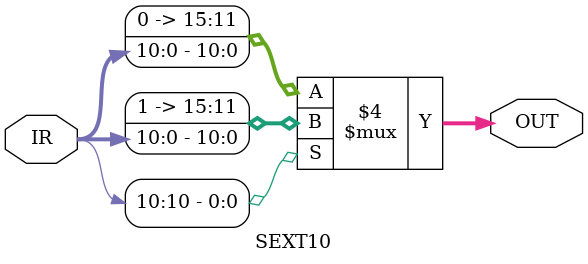
<source format=sv>
module SEXT4 (
    input logic [4:0] IR,
    output logic [15:0] OUT
);

	always_comb
    if (IR[4] == 1'b1)
		begin
        OUT = {11'b11111111111,IR};
		 end
    else
		begin
        OUT = {11'b0,IR};
		 end
		  
endmodule

module SEXT5 (
    input logic [5:0] IR,
    output logic [15:0] OUT
);

	always_comb
    if (IR[5] == 1'b1)
		begin
        OUT = {10'b1111111111,IR};
		 end
    else
		begin
        OUT = {10'b0,IR};
		 end
		  
endmodule

module SEXT8 (
    input logic [8:0] IR,
    output logic [15:0] OUT
);

	always_comb
    if (IR[8] == 1'b1)
		begin
        OUT = {7'b1111111,IR};
		 end
    else
		begin
        OUT = {7'b0,IR};
		 end
	
endmodule

module SEXT10 (
    input logic [10:0] IR,
    output logic [15:0] OUT
);

	always_comb
    if (IR[10] == 1'b1)
		begin
        OUT = {5'b11111,IR};
		 end
    else
		begin
        OUT = {5'b0,IR};
		 end
		  
endmodule
</source>
